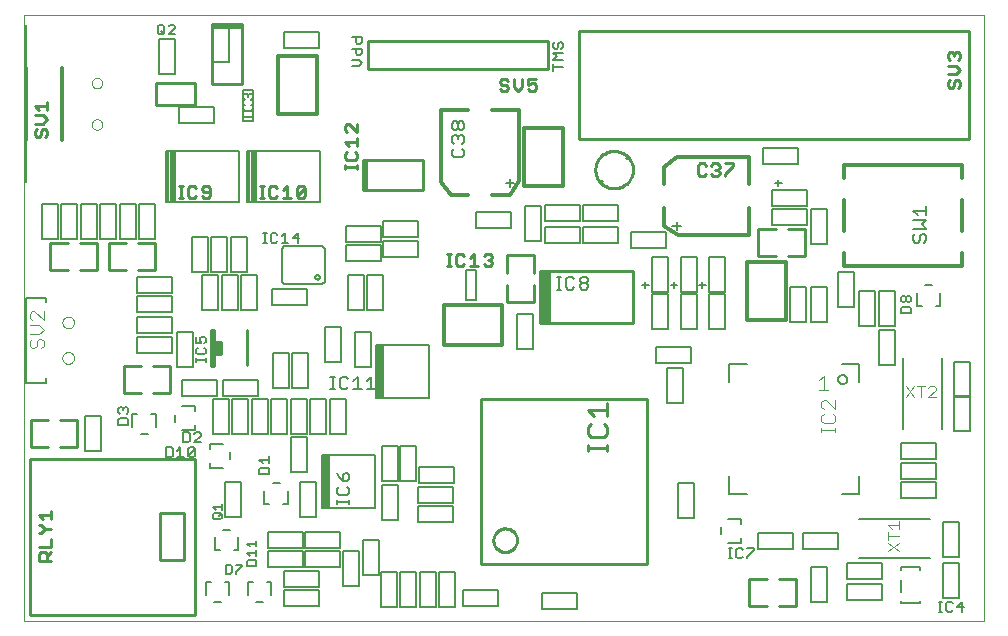
<source format=gto>
G75*
G70*
%OFA0B0*%
%FSLAX24Y24*%
%IPPOS*%
%LPD*%
%AMOC8*
5,1,8,0,0,1.08239X$1,22.5*
%
%ADD10C,0.0010*%
%ADD11C,0.0080*%
%ADD12C,0.0050*%
%ADD13C,0.0118*%
%ADD14C,0.0000*%
%ADD15C,0.0090*%
%ADD16C,0.0100*%
%ADD17C,0.0110*%
%ADD18C,0.0030*%
%ADD19C,0.0070*%
%ADD20C,0.0079*%
%ADD21C,0.0040*%
%ADD22C,0.0059*%
%ADD23C,0.0120*%
%ADD24C,0.0060*%
D10*
X000450Y000105D02*
X032450Y000105D01*
X032450Y020305D01*
X000450Y020305D01*
X000450Y000105D01*
D11*
X007130Y003575D02*
X007130Y004735D01*
X007670Y004735D01*
X007670Y003575D01*
X007130Y003575D01*
X008570Y003075D02*
X008570Y002535D01*
X009730Y002535D01*
X009730Y003075D01*
X008570Y003075D01*
X008570Y002425D02*
X008570Y001885D01*
X009730Y001885D01*
X009730Y002425D01*
X008570Y002425D01*
X009120Y001775D02*
X010280Y001775D01*
X010280Y001235D01*
X009120Y001235D01*
X009120Y001775D01*
X009820Y001885D02*
X009820Y002425D01*
X010980Y002425D01*
X010980Y001885D01*
X009820Y001885D01*
X009820Y002535D02*
X009820Y003075D01*
X010980Y003075D01*
X010980Y002535D01*
X009820Y002535D01*
X011080Y002435D02*
X011620Y002435D01*
X011620Y001275D01*
X011080Y001275D01*
X011080Y002435D01*
X011730Y002785D02*
X012270Y002785D01*
X012270Y001625D01*
X011730Y001625D01*
X011730Y002785D01*
X012380Y003475D02*
X012920Y003475D01*
X012920Y004635D01*
X012380Y004635D01*
X012380Y003475D01*
X013570Y003385D02*
X013570Y003925D01*
X014730Y003925D01*
X014730Y003385D01*
X013570Y003385D01*
X013570Y004035D02*
X013570Y004575D01*
X014730Y004575D01*
X014730Y004035D01*
X013570Y004035D01*
X013620Y004685D02*
X013620Y005225D01*
X014780Y005225D01*
X014780Y004685D01*
X013620Y004685D01*
X013520Y004775D02*
X012980Y004775D01*
X012980Y005935D01*
X013520Y005935D01*
X013520Y004775D01*
X012920Y004775D02*
X012380Y004775D01*
X012380Y005935D01*
X012920Y005935D01*
X012920Y004775D01*
X011287Y004826D02*
X011287Y004966D01*
X011217Y005036D01*
X011147Y005036D01*
X011077Y004966D01*
X011077Y004756D01*
X011217Y004756D01*
X011287Y004826D01*
X011077Y004756D02*
X010936Y004896D01*
X010866Y005036D01*
X010936Y004576D02*
X010866Y004506D01*
X010866Y004366D01*
X010936Y004296D01*
X011217Y004296D01*
X011287Y004366D01*
X011287Y004506D01*
X011217Y004576D01*
X011287Y004129D02*
X011287Y003989D01*
X011287Y004059D02*
X010866Y004059D01*
X010866Y003989D02*
X010866Y004129D01*
X010170Y003575D02*
X010170Y004735D01*
X009630Y004735D01*
X009630Y003575D01*
X010170Y003575D01*
X009870Y005075D02*
X009330Y005075D01*
X009330Y006235D01*
X009870Y006235D01*
X009870Y005075D01*
X009870Y006325D02*
X009330Y006325D01*
X009330Y007485D01*
X009870Y007485D01*
X009870Y006325D01*
X009980Y006325D02*
X010520Y006325D01*
X010520Y007485D01*
X009980Y007485D01*
X009980Y006325D01*
X010630Y006325D02*
X011170Y006325D01*
X011170Y007485D01*
X010630Y007485D01*
X010630Y006325D01*
X009220Y006325D02*
X008680Y006325D01*
X008680Y007485D01*
X009220Y007485D01*
X009220Y006325D01*
X008570Y006325D02*
X008030Y006325D01*
X008030Y007485D01*
X008570Y007485D01*
X008570Y006325D01*
X007920Y006325D02*
X007380Y006325D01*
X007380Y007485D01*
X007920Y007485D01*
X007920Y006325D01*
X007270Y006325D02*
X006730Y006325D01*
X006730Y007485D01*
X007270Y007485D01*
X007270Y006325D01*
X007070Y007585D02*
X007070Y008125D01*
X008230Y008125D01*
X008230Y007585D01*
X007070Y007585D01*
X006880Y007585D02*
X005720Y007585D01*
X005720Y008125D01*
X006880Y008125D01*
X006880Y007585D01*
X006070Y008575D02*
X005530Y008575D01*
X005530Y009735D01*
X006070Y009735D01*
X006070Y008575D01*
X005380Y009035D02*
X004220Y009035D01*
X004220Y009575D01*
X005380Y009575D01*
X005380Y009035D01*
X005380Y009685D02*
X004220Y009685D01*
X004220Y010225D01*
X005380Y010225D01*
X005380Y009685D01*
X005380Y010385D02*
X004220Y010385D01*
X004220Y010925D01*
X005380Y010925D01*
X005380Y010385D01*
X005380Y011035D02*
X004220Y011035D01*
X004220Y011575D01*
X005380Y011575D01*
X005380Y011035D01*
X006030Y011725D02*
X006570Y011725D01*
X006570Y012885D01*
X006030Y012885D01*
X006030Y011725D01*
X006380Y011635D02*
X006920Y011635D01*
X006920Y010475D01*
X006380Y010475D01*
X006380Y011635D01*
X006680Y011725D02*
X006680Y012885D01*
X007220Y012885D01*
X007220Y011725D01*
X006680Y011725D01*
X007030Y011635D02*
X007570Y011635D01*
X007570Y010475D01*
X007030Y010475D01*
X007030Y011635D01*
X007330Y011725D02*
X007330Y012885D01*
X007870Y012885D01*
X007870Y011725D01*
X007330Y011725D01*
X007680Y011635D02*
X008220Y011635D01*
X008220Y010475D01*
X007680Y010475D01*
X007680Y011635D01*
X008720Y011175D02*
X008720Y010635D01*
X009880Y010635D01*
X009880Y011175D01*
X008720Y011175D01*
X010480Y009885D02*
X011020Y009885D01*
X011020Y008725D01*
X010480Y008725D01*
X010480Y009885D01*
X011480Y009735D02*
X012020Y009735D01*
X012020Y008575D01*
X011480Y008575D01*
X011480Y009735D01*
X011230Y010475D02*
X011230Y011635D01*
X011770Y011635D01*
X011770Y010475D01*
X011230Y010475D01*
X011880Y010475D02*
X011880Y011635D01*
X012420Y011635D01*
X012420Y010475D01*
X011880Y010475D01*
X009920Y009035D02*
X009380Y009035D01*
X009380Y007875D01*
X009920Y007875D01*
X009920Y009035D01*
X009270Y009035D02*
X009270Y007875D01*
X008730Y007875D01*
X008730Y009035D01*
X009270Y009035D01*
X010658Y008242D02*
X010798Y008242D01*
X010728Y008242D02*
X010728Y007822D01*
X010658Y007822D02*
X010798Y007822D01*
X010965Y007892D02*
X011035Y007822D01*
X011175Y007822D01*
X011245Y007892D01*
X011426Y007822D02*
X011706Y007822D01*
X011566Y007822D02*
X011566Y008242D01*
X011426Y008102D01*
X011245Y008172D02*
X011175Y008242D01*
X011035Y008242D01*
X010965Y008172D01*
X010965Y007892D01*
X011886Y007822D02*
X012166Y007822D01*
X012026Y007822D02*
X012026Y008242D01*
X011886Y008102D01*
X016880Y009175D02*
X017420Y009175D01*
X017420Y010335D01*
X016880Y010335D01*
X016880Y009175D01*
X018203Y011142D02*
X018343Y011142D01*
X018273Y011142D02*
X018273Y011562D01*
X018203Y011562D02*
X018343Y011562D01*
X018510Y011492D02*
X018510Y011212D01*
X018580Y011142D01*
X018720Y011142D01*
X018790Y011212D01*
X018970Y011212D02*
X018970Y011282D01*
X019040Y011352D01*
X019180Y011352D01*
X019250Y011282D01*
X019250Y011212D01*
X019180Y011142D01*
X019040Y011142D01*
X018970Y011212D01*
X019040Y011352D02*
X018970Y011422D01*
X018970Y011492D01*
X019040Y011562D01*
X019180Y011562D01*
X019250Y011492D01*
X019250Y011422D01*
X019180Y011352D01*
X018790Y011492D02*
X018720Y011562D01*
X018580Y011562D01*
X018510Y011492D01*
X018980Y012685D02*
X017820Y012685D01*
X017820Y013225D01*
X018980Y013225D01*
X018980Y012685D01*
X019070Y012685D02*
X019070Y013225D01*
X020230Y013225D01*
X020230Y012685D01*
X019070Y012685D01*
X019070Y013435D02*
X019070Y013975D01*
X020230Y013975D01*
X020230Y013435D01*
X019070Y013435D01*
X018980Y013435D02*
X017820Y013435D01*
X017820Y013975D01*
X018980Y013975D01*
X018980Y013435D01*
X017670Y013935D02*
X017670Y012775D01*
X017130Y012775D01*
X017130Y013935D01*
X017670Y013935D01*
X016680Y013725D02*
X016680Y013185D01*
X015520Y013185D01*
X015520Y013725D01*
X016680Y013725D01*
X016650Y014560D02*
X016650Y014840D01*
X016510Y014700D02*
X016790Y014700D01*
X015126Y015615D02*
X015126Y015755D01*
X015056Y015825D01*
X015056Y016005D02*
X015126Y016075D01*
X015126Y016215D01*
X015056Y016286D01*
X014986Y016286D01*
X014916Y016215D01*
X014916Y016145D01*
X014916Y016215D02*
X014846Y016286D01*
X014775Y016286D01*
X014705Y016215D01*
X014705Y016075D01*
X014775Y016005D01*
X014775Y015825D02*
X014705Y015755D01*
X014705Y015615D01*
X014775Y015545D01*
X015056Y015545D01*
X015126Y015615D01*
X015056Y016466D02*
X014986Y016466D01*
X014916Y016536D01*
X014916Y016676D01*
X014986Y016746D01*
X015056Y016746D01*
X015126Y016676D01*
X015126Y016536D01*
X015056Y016466D01*
X014916Y016536D02*
X014846Y016466D01*
X014775Y016466D01*
X014705Y016536D01*
X014705Y016676D01*
X014775Y016746D01*
X014846Y016746D01*
X014916Y016676D01*
X018090Y018440D02*
X018090Y018654D01*
X018090Y018547D02*
X018410Y018547D01*
X018410Y018808D02*
X018090Y018808D01*
X018196Y018915D01*
X018090Y019022D01*
X018410Y019022D01*
X018357Y019177D02*
X018410Y019230D01*
X018410Y019337D01*
X018357Y019390D01*
X018303Y019390D01*
X018250Y019337D01*
X018250Y019230D01*
X018196Y019177D01*
X018143Y019177D01*
X018090Y019230D01*
X018090Y019337D01*
X018143Y019390D01*
X011710Y019385D02*
X011657Y019332D01*
X011550Y019332D01*
X011496Y019385D01*
X011496Y019545D01*
X011390Y019545D02*
X011710Y019545D01*
X011710Y019385D01*
X011710Y019177D02*
X011390Y019177D01*
X011496Y019177D02*
X011496Y019017D01*
X011550Y018963D01*
X011657Y018963D01*
X011710Y019017D01*
X011710Y019177D01*
X011603Y018809D02*
X011390Y018809D01*
X011603Y018809D02*
X011710Y018702D01*
X011603Y018595D01*
X011390Y018595D01*
X010280Y019185D02*
X009120Y019185D01*
X009120Y019725D01*
X010280Y019725D01*
X010280Y019185D01*
X008075Y017622D02*
X008075Y017515D01*
X008022Y017462D01*
X007915Y017568D02*
X007915Y017622D01*
X007968Y017675D01*
X008022Y017675D01*
X008075Y017622D01*
X007915Y017622D02*
X007862Y017675D01*
X007808Y017675D01*
X007755Y017622D01*
X007755Y017515D01*
X007808Y017462D01*
X007808Y017307D02*
X007755Y017253D01*
X007755Y017147D01*
X007808Y017093D01*
X008022Y017093D01*
X008075Y017147D01*
X008075Y017253D01*
X008022Y017307D01*
X008075Y016954D02*
X008075Y016848D01*
X008075Y016901D02*
X007755Y016901D01*
X007755Y016848D02*
X007755Y016954D01*
X006780Y017225D02*
X006780Y016685D01*
X005620Y016685D01*
X005620Y017225D01*
X006780Y017225D01*
X005470Y018325D02*
X004930Y018325D01*
X004930Y019485D01*
X005470Y019485D01*
X005470Y018325D01*
X006730Y018725D02*
X006730Y019885D01*
X007270Y019885D01*
X007270Y018725D01*
X006730Y018725D01*
X005477Y019645D02*
X005264Y019645D01*
X005477Y019859D01*
X005477Y019912D01*
X005424Y019965D01*
X005317Y019965D01*
X005264Y019912D01*
X005109Y019912D02*
X005109Y019698D01*
X005055Y019645D01*
X004949Y019645D01*
X004895Y019698D01*
X004895Y019912D01*
X004949Y019965D01*
X005055Y019965D01*
X005109Y019912D01*
X005002Y019752D02*
X005109Y019645D01*
X004820Y013985D02*
X004280Y013985D01*
X004280Y012825D01*
X004820Y012825D01*
X004820Y013985D01*
X004170Y013985D02*
X003630Y013985D01*
X003630Y012825D01*
X004170Y012825D01*
X004170Y013985D01*
X003520Y013985D02*
X002980Y013985D01*
X002980Y012825D01*
X003520Y012825D01*
X003520Y013985D01*
X002870Y013985D02*
X002330Y013985D01*
X002330Y012825D01*
X002870Y012825D01*
X002870Y013985D01*
X002220Y013985D02*
X001680Y013985D01*
X001680Y012825D01*
X002220Y012825D01*
X002220Y013985D01*
X001570Y013985D02*
X001030Y013985D01*
X001030Y012825D01*
X001570Y012825D01*
X001570Y013985D01*
X011170Y013275D02*
X011170Y012735D01*
X012330Y012735D01*
X012330Y013275D01*
X011170Y013275D01*
X011170Y012625D02*
X011170Y012085D01*
X012330Y012085D01*
X012330Y012625D01*
X011170Y012625D01*
X012420Y012775D02*
X012420Y012235D01*
X013580Y012235D01*
X013580Y012775D01*
X012420Y012775D01*
X012420Y012885D02*
X012420Y013425D01*
X013580Y013425D01*
X013580Y012885D01*
X012420Y012885D01*
X020670Y013075D02*
X020670Y012535D01*
X021830Y012535D01*
X021830Y013075D01*
X020670Y013075D01*
X021380Y012235D02*
X021920Y012235D01*
X021920Y011075D01*
X021380Y011075D01*
X021380Y012235D01*
X022330Y012235D02*
X022870Y012235D01*
X022870Y011075D01*
X022330Y011075D01*
X022330Y012235D01*
X023280Y012235D02*
X023820Y012235D01*
X023820Y011075D01*
X023280Y011075D01*
X023280Y012235D01*
X022335Y013255D02*
X022055Y013255D01*
X022195Y013395D02*
X022195Y013115D01*
X025370Y013285D02*
X025370Y013825D01*
X026530Y013825D01*
X026530Y013285D01*
X025370Y013285D01*
X025370Y013935D02*
X025370Y014475D01*
X026530Y014475D01*
X026530Y013935D01*
X025370Y013935D01*
X026680Y013835D02*
X027220Y013835D01*
X027220Y012675D01*
X026680Y012675D01*
X026680Y013835D01*
X026230Y015335D02*
X025070Y015335D01*
X025070Y015875D01*
X026230Y015875D01*
X026230Y015335D01*
X027580Y011735D02*
X028120Y011735D01*
X028120Y010575D01*
X027580Y010575D01*
X027580Y011735D01*
X027220Y011235D02*
X026680Y011235D01*
X026680Y010075D01*
X027220Y010075D01*
X027220Y011235D01*
X026520Y011235D02*
X026520Y010075D01*
X025980Y010075D01*
X025980Y011235D01*
X026520Y011235D01*
X028280Y011085D02*
X028280Y009925D01*
X028820Y009925D01*
X028820Y011085D01*
X028280Y011085D01*
X028930Y011085D02*
X029470Y011085D01*
X029470Y009925D01*
X028930Y009925D01*
X028930Y011085D01*
X028930Y009785D02*
X029470Y009785D01*
X029470Y008625D01*
X028930Y008625D01*
X028930Y009785D01*
X023820Y009825D02*
X023280Y009825D01*
X023280Y010985D01*
X023820Y010985D01*
X023820Y009825D01*
X022870Y009825D02*
X022330Y009825D01*
X022330Y010985D01*
X022870Y010985D01*
X022870Y009825D01*
X022680Y009225D02*
X022680Y008685D01*
X021520Y008685D01*
X021520Y009225D01*
X022680Y009225D01*
X021920Y009825D02*
X021380Y009825D01*
X021380Y010985D01*
X021920Y010985D01*
X021920Y009825D01*
X021880Y008535D02*
X022420Y008535D01*
X022420Y007375D01*
X021880Y007375D01*
X021880Y008535D01*
X022230Y004685D02*
X022770Y004685D01*
X022770Y003525D01*
X022230Y003525D01*
X022230Y004685D01*
X024920Y003025D02*
X024920Y002485D01*
X026080Y002485D01*
X026080Y003025D01*
X024920Y003025D01*
X026420Y003025D02*
X026420Y002485D01*
X027580Y002485D01*
X027580Y003025D01*
X026420Y003025D01*
X027870Y002025D02*
X029030Y002025D01*
X029030Y001485D01*
X027870Y001485D01*
X027870Y002025D01*
X027220Y001885D02*
X026680Y001885D01*
X026680Y000725D01*
X027220Y000725D01*
X027220Y001885D01*
X027870Y001325D02*
X027870Y000785D01*
X029030Y000785D01*
X029030Y001325D01*
X027870Y001325D01*
X031080Y000875D02*
X031620Y000875D01*
X031620Y002035D01*
X031080Y002035D01*
X031080Y000875D01*
X031080Y002225D02*
X031620Y002225D01*
X031620Y003385D01*
X031080Y003385D01*
X031080Y002225D01*
X030830Y004185D02*
X029670Y004185D01*
X029670Y004725D01*
X030830Y004725D01*
X030830Y004185D01*
X030830Y004835D02*
X029670Y004835D01*
X029670Y005375D01*
X030830Y005375D01*
X030830Y004835D01*
X030830Y005485D02*
X029670Y005485D01*
X029670Y006025D01*
X030830Y006025D01*
X030830Y005485D01*
X018880Y001025D02*
X018880Y000485D01*
X017720Y000485D01*
X017720Y001025D01*
X018880Y001025D01*
X016230Y001125D02*
X016230Y000585D01*
X015070Y000585D01*
X015070Y001125D01*
X016230Y001125D01*
X014820Y000575D02*
X014820Y001735D01*
X014280Y001735D01*
X014280Y000575D01*
X014820Y000575D01*
X014170Y000575D02*
X013630Y000575D01*
X013630Y001735D01*
X014170Y001735D01*
X014170Y000575D01*
X013520Y000575D02*
X012980Y000575D01*
X012980Y001735D01*
X013520Y001735D01*
X013520Y000575D01*
X012870Y000575D02*
X012330Y000575D01*
X012330Y001735D01*
X012870Y001735D01*
X012870Y000575D01*
X010280Y000585D02*
X010280Y001125D01*
X009120Y001125D01*
X009120Y000585D01*
X010280Y000585D01*
X003020Y005775D02*
X002480Y005775D01*
X002480Y006935D01*
X003020Y006935D01*
X003020Y005775D01*
D12*
X004332Y006329D02*
X004568Y006329D01*
X004844Y006566D02*
X004844Y006999D01*
X004686Y006999D01*
X004214Y006999D02*
X004056Y006999D01*
X004056Y006566D01*
X005474Y006737D02*
X005474Y006973D01*
X005711Y007249D02*
X006144Y007249D01*
X006144Y007091D01*
X006144Y006619D02*
X006144Y006461D01*
X005711Y006461D01*
X006656Y005999D02*
X006656Y005841D01*
X006656Y005999D02*
X007089Y005999D01*
X007326Y005723D02*
X007326Y005487D01*
X007089Y005211D02*
X006656Y005211D01*
X006656Y005369D01*
X008456Y004444D02*
X008456Y004011D01*
X008614Y004011D01*
X009086Y004011D02*
X009244Y004011D01*
X009244Y004444D01*
X008968Y004681D02*
X008732Y004681D01*
X010382Y003870D02*
X010500Y003870D01*
X010500Y005642D01*
X010618Y005642D01*
X010618Y003870D01*
X010500Y003870D01*
X010461Y003909D02*
X010461Y005602D01*
X010421Y005602D02*
X010421Y003909D01*
X010382Y003870D02*
X010382Y005642D01*
X010500Y005642D01*
X010539Y005602D02*
X010539Y003909D01*
X010579Y003909D02*
X010579Y005602D01*
X010618Y005642D02*
X012154Y005642D01*
X012154Y003870D01*
X010618Y003870D01*
X007594Y002894D02*
X007594Y002461D01*
X007436Y002461D01*
X006964Y002461D02*
X006806Y002461D01*
X006806Y002894D01*
X007082Y003131D02*
X007318Y003131D01*
X007294Y001399D02*
X007136Y001399D01*
X007294Y001399D02*
X007294Y000966D01*
X007018Y000729D02*
X006782Y000729D01*
X006506Y000966D02*
X006506Y001399D01*
X006664Y001399D01*
X007906Y001399D02*
X007906Y000966D01*
X008182Y000729D02*
X008418Y000729D01*
X008694Y000966D02*
X008694Y001399D01*
X008536Y001399D01*
X008064Y001399D02*
X007906Y001399D01*
X012182Y007520D02*
X012300Y007520D01*
X012300Y009292D01*
X012418Y009292D01*
X012418Y007520D01*
X012300Y007520D01*
X012261Y007559D02*
X012261Y009252D01*
X012221Y009252D02*
X012221Y007559D01*
X012182Y007520D02*
X012182Y009292D01*
X012300Y009292D01*
X012339Y009252D02*
X012339Y007559D01*
X012379Y007559D02*
X012379Y009252D01*
X012418Y009292D02*
X013954Y009292D01*
X013954Y007520D01*
X012418Y007520D01*
X015162Y010778D02*
X015516Y010778D01*
X015516Y011801D01*
X015162Y011801D01*
X015162Y010778D01*
X010464Y011398D02*
X010385Y011319D01*
X009125Y011319D01*
X009046Y011398D01*
X009046Y012500D01*
X009125Y012579D01*
X010385Y012579D01*
X010464Y012500D01*
X010464Y011398D01*
X010149Y011555D02*
X010151Y011573D01*
X010157Y011589D01*
X010166Y011604D01*
X010179Y011617D01*
X010194Y011626D01*
X010210Y011632D01*
X010228Y011634D01*
X010246Y011632D01*
X010262Y011626D01*
X010277Y011617D01*
X010290Y011604D01*
X010299Y011589D01*
X010305Y011573D01*
X010307Y011555D01*
X010305Y011537D01*
X010299Y011521D01*
X010290Y011506D01*
X010277Y011493D01*
X010262Y011484D01*
X010246Y011478D01*
X010228Y011476D01*
X010210Y011478D01*
X010194Y011484D01*
X010179Y011493D01*
X010166Y011506D01*
X010157Y011521D01*
X010151Y011537D01*
X010149Y011555D01*
X010312Y014059D02*
X008186Y014059D01*
X008186Y015752D01*
X010312Y015752D01*
X010312Y014059D01*
X008186Y014059D02*
X008107Y014059D01*
X008107Y015752D01*
X008186Y015752D01*
X008107Y015752D02*
X008029Y015752D01*
X008029Y014059D01*
X007950Y014059D01*
X007950Y015752D01*
X008029Y015752D01*
X007950Y015752D02*
X007871Y015752D01*
X007871Y014059D01*
X007950Y014059D01*
X008029Y014059D02*
X008107Y014059D01*
X007612Y014059D02*
X005486Y014059D01*
X005486Y015752D01*
X007612Y015752D01*
X007612Y014059D01*
X005486Y014059D02*
X005407Y014059D01*
X005407Y015752D01*
X005486Y015752D01*
X005407Y015752D02*
X005329Y015752D01*
X005329Y014059D01*
X005250Y014059D01*
X005250Y015752D01*
X005329Y015752D01*
X005250Y015752D02*
X005171Y015752D01*
X005171Y014059D01*
X005250Y014059D01*
X005329Y014059D02*
X005407Y014059D01*
X007734Y016759D02*
X008088Y016759D01*
X008088Y017782D01*
X007734Y017782D01*
X007734Y016759D01*
X000518Y016132D02*
X000518Y014714D01*
X000518Y016132D02*
X000518Y019951D01*
X000500Y010872D02*
X001169Y010872D01*
X001169Y010715D01*
X000500Y010872D02*
X000500Y008038D01*
X001169Y008038D01*
X001169Y008195D01*
X023674Y003223D02*
X023674Y002987D01*
X023911Y002711D02*
X024344Y002711D01*
X024344Y002869D01*
X024344Y003341D02*
X024344Y003499D01*
X023911Y003499D01*
X028283Y003505D02*
X030645Y003505D01*
X030645Y002205D02*
X028283Y002205D01*
X029691Y001889D02*
X029691Y001811D01*
X029691Y001889D02*
X030321Y001889D01*
X030321Y001811D01*
X029691Y001456D02*
X029691Y001141D01*
X029691Y001062D01*
X029691Y000748D02*
X029691Y000708D01*
X030321Y000708D01*
X030321Y000748D01*
X029750Y006488D02*
X029750Y008850D01*
X031050Y008850D02*
X031050Y006488D01*
X030994Y010611D02*
X030836Y010611D01*
X030994Y010611D02*
X030994Y011044D01*
X030718Y011281D02*
X030482Y011281D01*
X030206Y011044D02*
X030206Y010611D01*
X030364Y010611D01*
D13*
X001699Y016132D02*
X001699Y018533D01*
X000518Y018533D02*
X000518Y016132D01*
D14*
X002703Y016644D02*
X002705Y016670D01*
X002711Y016696D01*
X002721Y016721D01*
X002734Y016744D01*
X002750Y016764D01*
X002770Y016782D01*
X002792Y016797D01*
X002815Y016809D01*
X002841Y016817D01*
X002867Y016821D01*
X002893Y016821D01*
X002919Y016817D01*
X002945Y016809D01*
X002969Y016797D01*
X002990Y016782D01*
X003010Y016764D01*
X003026Y016744D01*
X003039Y016721D01*
X003049Y016696D01*
X003055Y016670D01*
X003057Y016644D01*
X003055Y016618D01*
X003049Y016592D01*
X003039Y016567D01*
X003026Y016544D01*
X003010Y016524D01*
X002990Y016506D01*
X002968Y016491D01*
X002945Y016479D01*
X002919Y016471D01*
X002893Y016467D01*
X002867Y016467D01*
X002841Y016471D01*
X002815Y016479D01*
X002791Y016491D01*
X002770Y016506D01*
X002750Y016524D01*
X002734Y016544D01*
X002721Y016567D01*
X002711Y016592D01*
X002705Y016618D01*
X002703Y016644D01*
X002703Y018022D02*
X002705Y018048D01*
X002711Y018074D01*
X002721Y018099D01*
X002734Y018122D01*
X002750Y018142D01*
X002770Y018160D01*
X002792Y018175D01*
X002815Y018187D01*
X002841Y018195D01*
X002867Y018199D01*
X002893Y018199D01*
X002919Y018195D01*
X002945Y018187D01*
X002969Y018175D01*
X002990Y018160D01*
X003010Y018142D01*
X003026Y018122D01*
X003039Y018099D01*
X003049Y018074D01*
X003055Y018048D01*
X003057Y018022D01*
X003055Y017996D01*
X003049Y017970D01*
X003039Y017945D01*
X003026Y017922D01*
X003010Y017902D01*
X002990Y017884D01*
X002968Y017869D01*
X002945Y017857D01*
X002919Y017849D01*
X002893Y017845D01*
X002867Y017845D01*
X002841Y017849D01*
X002815Y017857D01*
X002791Y017869D01*
X002770Y017884D01*
X002750Y017902D01*
X002734Y017922D01*
X002721Y017945D01*
X002711Y017970D01*
X002705Y017996D01*
X002703Y018022D01*
X001720Y010046D02*
X001722Y010073D01*
X001728Y010100D01*
X001737Y010126D01*
X001750Y010150D01*
X001766Y010173D01*
X001785Y010192D01*
X001807Y010209D01*
X001831Y010223D01*
X001856Y010233D01*
X001883Y010240D01*
X001910Y010243D01*
X001938Y010242D01*
X001965Y010237D01*
X001991Y010229D01*
X002015Y010217D01*
X002038Y010201D01*
X002059Y010183D01*
X002076Y010162D01*
X002091Y010138D01*
X002102Y010113D01*
X002110Y010087D01*
X002114Y010060D01*
X002114Y010032D01*
X002110Y010005D01*
X002102Y009979D01*
X002091Y009954D01*
X002076Y009930D01*
X002059Y009909D01*
X002038Y009891D01*
X002016Y009875D01*
X001991Y009863D01*
X001965Y009855D01*
X001938Y009850D01*
X001910Y009849D01*
X001883Y009852D01*
X001856Y009859D01*
X001831Y009869D01*
X001807Y009883D01*
X001785Y009900D01*
X001766Y009919D01*
X001750Y009942D01*
X001737Y009966D01*
X001728Y009992D01*
X001722Y010019D01*
X001720Y010046D01*
X001720Y008864D02*
X001722Y008891D01*
X001728Y008918D01*
X001737Y008944D01*
X001750Y008968D01*
X001766Y008991D01*
X001785Y009010D01*
X001807Y009027D01*
X001831Y009041D01*
X001856Y009051D01*
X001883Y009058D01*
X001910Y009061D01*
X001938Y009060D01*
X001965Y009055D01*
X001991Y009047D01*
X002015Y009035D01*
X002038Y009019D01*
X002059Y009001D01*
X002076Y008980D01*
X002091Y008956D01*
X002102Y008931D01*
X002110Y008905D01*
X002114Y008878D01*
X002114Y008850D01*
X002110Y008823D01*
X002102Y008797D01*
X002091Y008772D01*
X002076Y008748D01*
X002059Y008727D01*
X002038Y008709D01*
X002016Y008693D01*
X001991Y008681D01*
X001965Y008673D01*
X001938Y008668D01*
X001910Y008667D01*
X001883Y008670D01*
X001856Y008677D01*
X001831Y008687D01*
X001807Y008701D01*
X001785Y008718D01*
X001766Y008737D01*
X001750Y008760D01*
X001737Y008784D01*
X001728Y008810D01*
X001722Y008837D01*
X001720Y008864D01*
D15*
X001355Y003763D02*
X001355Y003490D01*
X001355Y003626D02*
X000945Y003626D01*
X001081Y003490D01*
X001013Y003303D02*
X000945Y003303D01*
X001013Y003303D02*
X001150Y003166D01*
X001355Y003166D01*
X001150Y003166D02*
X001013Y003029D01*
X000945Y003029D01*
X001355Y002842D02*
X001355Y002569D01*
X000945Y002569D01*
X001013Y002382D02*
X001150Y002382D01*
X001218Y002314D01*
X001218Y002108D01*
X001355Y002108D02*
X000945Y002108D01*
X000945Y002314D01*
X001013Y002382D01*
X001218Y002245D02*
X001355Y002382D01*
X014538Y011925D02*
X014674Y011925D01*
X014606Y011925D02*
X014606Y012335D01*
X014538Y012335D02*
X014674Y012335D01*
X014845Y012267D02*
X014845Y011993D01*
X014913Y011925D01*
X015050Y011925D01*
X015118Y011993D01*
X015305Y011925D02*
X015579Y011925D01*
X015442Y011925D02*
X015442Y012335D01*
X015305Y012198D01*
X015118Y012267D02*
X015050Y012335D01*
X014913Y012335D01*
X014845Y012267D01*
X015765Y012267D02*
X015834Y012335D01*
X015971Y012335D01*
X016039Y012267D01*
X016039Y012198D01*
X015971Y012130D01*
X016039Y012062D01*
X016039Y011993D01*
X015971Y011925D01*
X015834Y011925D01*
X015765Y011993D01*
X015902Y012130D02*
X015971Y012130D01*
X011555Y015158D02*
X011555Y015295D01*
X011555Y015226D02*
X011145Y015226D01*
X011145Y015158D02*
X011145Y015295D01*
X011213Y015465D02*
X011487Y015465D01*
X011555Y015533D01*
X011555Y015670D01*
X011487Y015739D01*
X011555Y015925D02*
X011555Y016199D01*
X011555Y016062D02*
X011145Y016062D01*
X011281Y015925D01*
X011213Y015739D02*
X011145Y015670D01*
X011145Y015533D01*
X011213Y015465D01*
X011213Y016386D02*
X011145Y016454D01*
X011145Y016591D01*
X011213Y016659D01*
X011281Y016659D01*
X011555Y016386D01*
X011555Y016659D01*
X009743Y014598D02*
X009811Y014529D01*
X009538Y014256D01*
X009606Y014187D01*
X009743Y014187D01*
X009811Y014256D01*
X009811Y014529D01*
X009743Y014598D02*
X009606Y014598D01*
X009538Y014529D01*
X009538Y014256D01*
X009351Y014187D02*
X009077Y014187D01*
X009214Y014187D02*
X009214Y014598D01*
X009077Y014461D01*
X008890Y014529D02*
X008822Y014598D01*
X008685Y014598D01*
X008617Y014529D01*
X008617Y014256D01*
X008685Y014187D01*
X008822Y014187D01*
X008890Y014256D01*
X008447Y014187D02*
X008310Y014187D01*
X008378Y014187D02*
X008378Y014598D01*
X008310Y014598D02*
X008447Y014598D01*
X006651Y014529D02*
X006651Y014256D01*
X006582Y014187D01*
X006446Y014187D01*
X006377Y014256D01*
X006446Y014393D02*
X006651Y014393D01*
X006651Y014529D02*
X006582Y014598D01*
X006446Y014598D01*
X006377Y014529D01*
X006377Y014461D01*
X006446Y014393D01*
X006190Y014529D02*
X006122Y014598D01*
X005985Y014598D01*
X005917Y014529D01*
X005917Y014256D01*
X005985Y014187D01*
X006122Y014187D01*
X006190Y014256D01*
X005747Y014187D02*
X005610Y014187D01*
X005678Y014187D02*
X005678Y014598D01*
X005610Y014598D02*
X005747Y014598D01*
X001220Y016283D02*
X001151Y016215D01*
X001220Y016283D02*
X001220Y016420D01*
X001151Y016488D01*
X001083Y016488D01*
X001014Y016420D01*
X001014Y016283D01*
X000946Y016215D01*
X000878Y016215D01*
X000809Y016283D01*
X000809Y016420D01*
X000878Y016488D01*
X000809Y016675D02*
X001083Y016675D01*
X001220Y016812D01*
X001083Y016949D01*
X000809Y016949D01*
X000946Y017135D02*
X000809Y017272D01*
X001220Y017272D01*
X001220Y017135D02*
X001220Y017409D01*
X022895Y015276D02*
X022895Y015003D01*
X022963Y014934D01*
X023100Y014934D01*
X023168Y015003D01*
X023355Y015003D02*
X023424Y014934D01*
X023560Y014934D01*
X023629Y015003D01*
X023629Y015071D01*
X023560Y015139D01*
X023492Y015139D01*
X023560Y015139D02*
X023629Y015208D01*
X023629Y015276D01*
X023560Y015345D01*
X023424Y015345D01*
X023355Y015276D01*
X023168Y015276D02*
X023100Y015345D01*
X022963Y015345D01*
X022895Y015276D01*
X023816Y015345D02*
X024089Y015345D01*
X024089Y015276D01*
X023816Y015003D01*
X023816Y014934D01*
X031245Y017937D02*
X031313Y017869D01*
X031381Y017869D01*
X031450Y017937D01*
X031450Y018074D01*
X031518Y018142D01*
X031587Y018142D01*
X031655Y018074D01*
X031655Y017937D01*
X031587Y017869D01*
X031245Y017937D02*
X031245Y018074D01*
X031313Y018142D01*
X031245Y018329D02*
X031518Y018329D01*
X031655Y018466D01*
X031518Y018603D01*
X031245Y018603D01*
X031313Y018790D02*
X031245Y018858D01*
X031245Y018995D01*
X031313Y019063D01*
X031381Y019063D01*
X031450Y018995D01*
X031518Y019063D01*
X031587Y019063D01*
X031655Y018995D01*
X031655Y018858D01*
X031587Y018790D01*
X031450Y018926D02*
X031450Y018995D01*
D16*
X031950Y019755D02*
X018950Y019755D01*
X018950Y016155D01*
X031950Y016155D01*
X031950Y019755D01*
X026475Y013155D02*
X025900Y013155D01*
X025500Y013155D02*
X024925Y013155D01*
X024925Y012255D01*
X025500Y012255D01*
X025900Y012255D02*
X026475Y012255D01*
X026475Y013155D01*
X020761Y011771D02*
X020761Y010039D01*
X017848Y010039D01*
X017848Y011771D01*
X017946Y011771D01*
X017946Y010039D01*
X017848Y010039D02*
X017749Y010039D01*
X017749Y011771D01*
X017848Y011771D01*
X017946Y011771D02*
X020761Y011771D01*
X017749Y011771D02*
X017651Y011771D01*
X017651Y010039D01*
X017749Y010039D01*
X017450Y010730D02*
X016550Y010730D01*
X016550Y011305D01*
X016550Y011705D02*
X016550Y012280D01*
X017450Y012280D01*
X017450Y011705D01*
X017450Y011305D02*
X017450Y010730D01*
X015694Y007511D02*
X021206Y007511D01*
X021206Y001999D01*
X015694Y001999D01*
X015694Y007511D01*
X016087Y002786D02*
X016089Y002825D01*
X016095Y002864D01*
X016105Y002902D01*
X016118Y002939D01*
X016135Y002974D01*
X016155Y003008D01*
X016179Y003039D01*
X016206Y003068D01*
X016235Y003094D01*
X016267Y003117D01*
X016301Y003137D01*
X016337Y003153D01*
X016374Y003165D01*
X016413Y003174D01*
X016452Y003179D01*
X016491Y003180D01*
X016530Y003177D01*
X016569Y003170D01*
X016606Y003159D01*
X016643Y003145D01*
X016678Y003127D01*
X016711Y003106D01*
X016742Y003081D01*
X016770Y003054D01*
X016795Y003024D01*
X016817Y002991D01*
X016836Y002957D01*
X016851Y002921D01*
X016863Y002883D01*
X016871Y002845D01*
X016875Y002806D01*
X016875Y002766D01*
X016871Y002727D01*
X016863Y002689D01*
X016851Y002651D01*
X016836Y002615D01*
X016817Y002581D01*
X016795Y002548D01*
X016770Y002518D01*
X016742Y002491D01*
X016711Y002466D01*
X016678Y002445D01*
X016643Y002427D01*
X016606Y002413D01*
X016569Y002402D01*
X016530Y002395D01*
X016491Y002392D01*
X016452Y002393D01*
X016413Y002398D01*
X016374Y002407D01*
X016337Y002419D01*
X016301Y002435D01*
X016267Y002455D01*
X016235Y002478D01*
X016206Y002504D01*
X016179Y002533D01*
X016155Y002564D01*
X016135Y002598D01*
X016118Y002633D01*
X016105Y002670D01*
X016095Y002708D01*
X016089Y002747D01*
X016087Y002786D01*
X024625Y001505D02*
X024625Y000605D01*
X025200Y000605D01*
X025600Y000605D02*
X026175Y000605D01*
X026175Y001505D01*
X025600Y001505D01*
X025200Y001505D02*
X024625Y001505D01*
X007891Y008614D02*
X007891Y009796D01*
X007000Y009405D02*
X007000Y009005D01*
X006900Y009005D01*
X006800Y009005D01*
X006800Y009305D01*
X006900Y009305D01*
X006900Y009405D01*
X007000Y009405D01*
X006900Y009405D02*
X006900Y009005D01*
X006900Y009405D02*
X006800Y009405D01*
X006789Y009796D02*
X006789Y008614D01*
X006780Y008605D02*
X006680Y008605D01*
X006680Y009805D01*
X006780Y009805D01*
X006689Y009796D02*
X006689Y008614D01*
X005325Y008605D02*
X005325Y007705D01*
X004750Y007705D01*
X004350Y007705D02*
X003775Y007705D01*
X003775Y008605D01*
X004350Y008605D01*
X004750Y008605D02*
X005325Y008605D01*
X002225Y006805D02*
X002225Y005905D01*
X001650Y005905D01*
X001250Y005905D02*
X000675Y005905D01*
X000675Y006805D01*
X001250Y006805D01*
X001650Y006805D02*
X002225Y006805D01*
X000644Y005503D02*
X000644Y000307D01*
X006156Y000307D01*
X006156Y005503D01*
X000644Y005503D01*
X004975Y003692D02*
X004975Y002118D01*
X005762Y002118D01*
X005762Y003692D01*
X004975Y003692D01*
X004825Y011805D02*
X004250Y011805D01*
X003850Y011805D02*
X003275Y011805D01*
X003275Y012705D01*
X003850Y012705D01*
X004250Y012705D02*
X004825Y012705D01*
X004825Y011805D01*
X002875Y011805D02*
X002875Y012705D01*
X002300Y012705D01*
X001900Y012705D02*
X001325Y012705D01*
X001325Y011805D01*
X001900Y011805D01*
X002300Y011805D02*
X002875Y011805D01*
X011750Y014455D02*
X011850Y014455D01*
X011850Y015455D01*
X011750Y015455D01*
X011750Y014455D01*
X011850Y014455D02*
X011950Y014455D01*
X012050Y014455D01*
X013750Y014455D01*
X013750Y015455D01*
X012150Y015455D01*
X012050Y015455D01*
X011950Y015455D01*
X011850Y015455D01*
X007700Y018005D02*
X006700Y018005D01*
X006700Y019705D01*
X006700Y019805D01*
X006700Y019905D01*
X007700Y019905D01*
X007700Y020005D01*
X006700Y020005D01*
X006700Y019905D01*
X007700Y019905D02*
X007700Y019805D01*
X007700Y019705D01*
X007700Y019605D01*
X007700Y018005D01*
X006150Y018015D02*
X006150Y017295D01*
X004850Y017295D01*
X004850Y018015D01*
X006150Y018015D01*
X011900Y018494D02*
X011900Y019416D01*
X017900Y019416D01*
X017900Y018494D01*
X011900Y018494D01*
X019690Y014716D02*
X019726Y014751D01*
X019490Y015140D02*
X019492Y015190D01*
X019498Y015239D01*
X019508Y015288D01*
X019521Y015335D01*
X019539Y015382D01*
X019560Y015427D01*
X019584Y015470D01*
X019612Y015511D01*
X019643Y015550D01*
X019677Y015586D01*
X019714Y015620D01*
X019754Y015650D01*
X019795Y015677D01*
X019839Y015701D01*
X019884Y015721D01*
X019931Y015737D01*
X019979Y015750D01*
X020028Y015759D01*
X020078Y015764D01*
X020127Y015765D01*
X020177Y015762D01*
X020226Y015755D01*
X020275Y015744D01*
X020322Y015730D01*
X020368Y015711D01*
X020413Y015689D01*
X020456Y015664D01*
X020496Y015635D01*
X020534Y015603D01*
X020570Y015569D01*
X020603Y015531D01*
X020632Y015491D01*
X020658Y015449D01*
X020681Y015405D01*
X020700Y015359D01*
X020716Y015312D01*
X020728Y015263D01*
X020736Y015214D01*
X020740Y015165D01*
X020740Y015115D01*
X020736Y015066D01*
X020728Y015017D01*
X020716Y014968D01*
X020700Y014921D01*
X020681Y014875D01*
X020658Y014831D01*
X020632Y014789D01*
X020603Y014749D01*
X020570Y014711D01*
X020534Y014677D01*
X020496Y014645D01*
X020456Y014616D01*
X020413Y014591D01*
X020368Y014569D01*
X020322Y014550D01*
X020275Y014536D01*
X020226Y014525D01*
X020177Y014518D01*
X020127Y014515D01*
X020078Y014516D01*
X020028Y014521D01*
X019979Y014530D01*
X019931Y014543D01*
X019884Y014559D01*
X019839Y014579D01*
X019795Y014603D01*
X019754Y014630D01*
X019714Y014660D01*
X019677Y014694D01*
X019643Y014730D01*
X019612Y014769D01*
X019584Y014810D01*
X019560Y014853D01*
X019539Y014898D01*
X019521Y014945D01*
X019508Y014992D01*
X019498Y015041D01*
X019492Y015090D01*
X019490Y015140D01*
X020504Y015529D02*
X020539Y015565D01*
D17*
X017505Y017825D02*
X017440Y017760D01*
X017310Y017760D01*
X017245Y017825D01*
X017245Y017955D02*
X017375Y018020D01*
X017440Y018020D01*
X017505Y017955D01*
X017505Y017825D01*
X017245Y017955D02*
X017245Y018150D01*
X017505Y018150D01*
X017044Y018150D02*
X017044Y017890D01*
X016914Y017760D01*
X016784Y017890D01*
X016784Y018150D01*
X016584Y018085D02*
X016519Y018150D01*
X016389Y018150D01*
X016324Y018085D01*
X016324Y018020D01*
X016389Y017955D01*
X016519Y017955D01*
X016584Y017890D01*
X016584Y017825D01*
X016519Y017760D01*
X016389Y017760D01*
X016324Y017825D01*
X019880Y007356D02*
X019880Y006922D01*
X019880Y007139D02*
X019229Y007139D01*
X019446Y006922D01*
X019338Y006656D02*
X019229Y006548D01*
X019229Y006331D01*
X019338Y006223D01*
X019771Y006223D01*
X019880Y006331D01*
X019880Y006548D01*
X019771Y006656D01*
X019880Y005973D02*
X019880Y005756D01*
X019880Y005865D02*
X019229Y005865D01*
X019229Y005973D02*
X019229Y005756D01*
D18*
X029245Y003292D02*
X029616Y003292D01*
X029616Y003169D02*
X029616Y003415D01*
X029369Y003169D02*
X029245Y003292D01*
X029245Y003047D02*
X029245Y002800D01*
X029245Y002679D02*
X029616Y002432D01*
X029616Y002679D02*
X029245Y002432D01*
X029245Y002924D02*
X029616Y002924D01*
X029848Y007551D02*
X030095Y007921D01*
X030216Y007921D02*
X030463Y007921D01*
X030340Y007921D02*
X030340Y007551D01*
X030585Y007551D02*
X030832Y007798D01*
X030832Y007859D01*
X030770Y007921D01*
X030646Y007921D01*
X030585Y007859D01*
X030585Y007551D02*
X030832Y007551D01*
X030095Y007551D02*
X029848Y007921D01*
D19*
X030007Y010354D02*
X029677Y010354D01*
X029677Y010519D01*
X029732Y010574D01*
X029952Y010574D01*
X030007Y010519D01*
X030007Y010354D01*
X029952Y010722D02*
X029897Y010722D01*
X029842Y010777D01*
X029842Y010887D01*
X029897Y010942D01*
X029952Y010942D01*
X030007Y010887D01*
X030007Y010777D01*
X029952Y010722D01*
X029842Y010777D02*
X029787Y010722D01*
X029732Y010722D01*
X029677Y010777D01*
X029677Y010887D01*
X029732Y010942D01*
X029787Y010942D01*
X029842Y010887D01*
X030156Y012709D02*
X030228Y012709D01*
X030300Y012781D01*
X030300Y012924D01*
X030372Y012996D01*
X030443Y012996D01*
X030515Y012924D01*
X030515Y012781D01*
X030443Y012709D01*
X030156Y012709D02*
X030085Y012781D01*
X030085Y012924D01*
X030156Y012996D01*
X030085Y013169D02*
X030515Y013169D01*
X030372Y013313D01*
X030515Y013456D01*
X030085Y013456D01*
X030228Y013630D02*
X030085Y013773D01*
X030515Y013773D01*
X030515Y013630D02*
X030515Y013917D01*
X025702Y014700D02*
X025482Y014700D01*
X025592Y014810D02*
X025592Y014590D01*
X023055Y011407D02*
X023055Y011187D01*
X022945Y011297D02*
X023165Y011297D01*
X022215Y011297D02*
X021995Y011297D01*
X022105Y011187D02*
X022105Y011407D01*
X021265Y011297D02*
X021045Y011297D01*
X021155Y011187D02*
X021155Y011407D01*
X009626Y012858D02*
X009406Y012858D01*
X009571Y013023D01*
X009571Y012692D01*
X009258Y012692D02*
X009038Y012692D01*
X009148Y012692D02*
X009148Y013023D01*
X009038Y012913D01*
X008890Y012968D02*
X008835Y013023D01*
X008725Y013023D01*
X008670Y012968D01*
X008670Y012747D01*
X008725Y012692D01*
X008835Y012692D01*
X008890Y012747D01*
X008534Y012692D02*
X008424Y012692D01*
X008479Y012692D02*
X008479Y013023D01*
X008424Y013023D02*
X008534Y013023D01*
X006460Y009574D02*
X006350Y009574D01*
X006295Y009519D01*
X006295Y009464D01*
X006350Y009354D01*
X006185Y009354D01*
X006185Y009574D01*
X006460Y009574D02*
X006515Y009519D01*
X006515Y009409D01*
X006460Y009354D01*
X006460Y009206D02*
X006515Y009151D01*
X006515Y009041D01*
X006460Y008986D01*
X006240Y008986D01*
X006185Y009041D01*
X006185Y009151D01*
X006240Y009206D01*
X006185Y008850D02*
X006185Y008740D01*
X006185Y008795D02*
X006515Y008795D01*
X006515Y008740D02*
X006515Y008850D01*
X003923Y007173D02*
X003923Y007063D01*
X003868Y007008D01*
X003868Y006860D02*
X003647Y006860D01*
X003592Y006805D01*
X003592Y006640D01*
X003923Y006640D01*
X003923Y006805D01*
X003868Y006860D01*
X003647Y007008D02*
X003592Y007063D01*
X003592Y007173D01*
X003647Y007228D01*
X003703Y007228D01*
X003758Y007173D01*
X003813Y007228D01*
X003868Y007228D01*
X003923Y007173D01*
X003758Y007173D02*
X003758Y007118D01*
X005180Y005878D02*
X005346Y005878D01*
X005401Y005823D01*
X005401Y005603D01*
X005346Y005548D01*
X005180Y005548D01*
X005180Y005878D01*
X005549Y005768D02*
X005659Y005878D01*
X005659Y005548D01*
X005549Y005548D02*
X005769Y005548D01*
X005917Y005603D02*
X006137Y005823D01*
X006137Y005603D01*
X006082Y005548D01*
X005972Y005548D01*
X005917Y005603D01*
X005917Y005823D01*
X005972Y005878D01*
X006082Y005878D01*
X006137Y005823D01*
X006117Y006048D02*
X006337Y006268D01*
X006337Y006323D01*
X006282Y006378D01*
X006172Y006378D01*
X006117Y006323D01*
X005969Y006323D02*
X005914Y006378D01*
X005749Y006378D01*
X005749Y006048D01*
X005914Y006048D01*
X005969Y006103D01*
X005969Y006323D01*
X006117Y006048D02*
X006337Y006048D01*
X008294Y005468D02*
X008624Y005468D01*
X008624Y005358D02*
X008624Y005578D01*
X008404Y005358D02*
X008294Y005468D01*
X008349Y005210D02*
X008294Y005155D01*
X008294Y004990D01*
X008624Y004990D01*
X008624Y005155D01*
X008569Y005210D01*
X008349Y005210D01*
X023935Y002513D02*
X024045Y002513D01*
X023990Y002513D02*
X023990Y002182D01*
X023935Y002182D02*
X024045Y002182D01*
X024180Y002237D02*
X024235Y002182D01*
X024345Y002182D01*
X024400Y002237D01*
X024548Y002237D02*
X024548Y002182D01*
X024548Y002237D02*
X024769Y002458D01*
X024769Y002513D01*
X024548Y002513D01*
X024400Y002458D02*
X024345Y002513D01*
X024235Y002513D01*
X024180Y002458D01*
X024180Y002237D01*
X030935Y000735D02*
X031045Y000735D01*
X030990Y000735D02*
X030990Y000405D01*
X030935Y000405D02*
X031045Y000405D01*
X031181Y000460D02*
X031236Y000405D01*
X031346Y000405D01*
X031401Y000460D01*
X031549Y000570D02*
X031769Y000570D01*
X031714Y000405D02*
X031714Y000735D01*
X031549Y000570D01*
X031401Y000680D02*
X031346Y000735D01*
X031236Y000735D01*
X031181Y000680D01*
X031181Y000460D01*
D20*
X028289Y004327D02*
X027698Y004327D01*
X028289Y004327D02*
X028289Y004918D01*
X024549Y004327D02*
X023958Y004327D01*
X023958Y004918D01*
X023958Y008068D02*
X023958Y008658D01*
X024549Y008658D01*
X027698Y008658D02*
X028289Y008658D01*
X028289Y008068D01*
X027586Y008145D02*
X027588Y008169D01*
X027594Y008193D01*
X027603Y008215D01*
X027616Y008235D01*
X027632Y008253D01*
X027651Y008268D01*
X027672Y008281D01*
X027694Y008289D01*
X027718Y008294D01*
X027742Y008295D01*
X027766Y008292D01*
X027789Y008285D01*
X027811Y008275D01*
X027831Y008261D01*
X027848Y008244D01*
X027863Y008225D01*
X027874Y008204D01*
X027882Y008181D01*
X027886Y008157D01*
X027886Y008133D01*
X027882Y008109D01*
X027874Y008086D01*
X027863Y008065D01*
X027848Y008046D01*
X027831Y008029D01*
X027811Y008015D01*
X027789Y008005D01*
X027766Y007998D01*
X027742Y007995D01*
X027718Y007996D01*
X027694Y008001D01*
X027672Y008009D01*
X027651Y008022D01*
X027632Y008037D01*
X027616Y008055D01*
X027603Y008075D01*
X027594Y008097D01*
X027588Y008121D01*
X027586Y008145D01*
D21*
X027255Y007808D02*
X026948Y007808D01*
X027101Y007808D02*
X027101Y008269D01*
X026948Y008115D01*
X027101Y007465D02*
X027024Y007388D01*
X027024Y007235D01*
X027101Y007158D01*
X027101Y007004D02*
X027024Y006928D01*
X027024Y006774D01*
X027101Y006698D01*
X027408Y006698D01*
X027484Y006774D01*
X027484Y006928D01*
X027408Y007004D01*
X027484Y007158D02*
X027177Y007465D01*
X027101Y007465D01*
X027484Y007465D02*
X027484Y007158D01*
X027484Y006544D02*
X027484Y006391D01*
X027484Y006467D02*
X027024Y006467D01*
X027024Y006391D02*
X027024Y006544D01*
X001098Y009270D02*
X001021Y009193D01*
X001098Y009270D02*
X001098Y009423D01*
X001021Y009500D01*
X000945Y009500D01*
X000868Y009423D01*
X000868Y009270D01*
X000791Y009193D01*
X000714Y009193D01*
X000638Y009270D01*
X000638Y009423D01*
X000714Y009500D01*
X000638Y009653D02*
X000945Y009653D01*
X001098Y009807D01*
X000945Y009960D01*
X000638Y009960D01*
X000714Y010114D02*
X000638Y010190D01*
X000638Y010344D01*
X000714Y010421D01*
X000791Y010421D01*
X001098Y010114D01*
X001098Y010421D01*
D22*
X031430Y008735D02*
X031430Y007575D01*
X031970Y007575D01*
X031970Y008735D01*
X031430Y008735D01*
X031430Y007585D02*
X031970Y007585D01*
X031970Y006425D01*
X031430Y006425D01*
X031430Y007585D01*
D23*
X025850Y010135D02*
X024540Y010135D01*
X024540Y012075D01*
X025850Y012075D01*
X025850Y010135D01*
X027781Y011932D02*
X031719Y011932D01*
X031719Y012345D01*
X031719Y013089D02*
X031719Y014133D01*
X031719Y014865D02*
X031719Y015278D01*
X027781Y015278D01*
X027781Y014865D01*
X027781Y014133D02*
X027781Y013089D01*
X027781Y012345D02*
X027781Y011932D01*
X024617Y012956D02*
X024617Y013861D01*
X024617Y014649D02*
X024617Y015554D01*
X022255Y015554D01*
X022216Y015554D02*
X021783Y015239D01*
X021783Y014649D01*
X021783Y013861D02*
X021783Y013271D01*
X022255Y012956D01*
X024617Y012956D01*
X018410Y014585D02*
X018410Y016525D01*
X017100Y016525D01*
X017100Y014585D01*
X018410Y014585D01*
X016949Y014760D02*
X016634Y014288D01*
X016044Y014288D01*
X015256Y014288D02*
X014666Y014288D01*
X014351Y014721D01*
X014351Y014760D02*
X014351Y017122D01*
X015256Y017122D01*
X016044Y017122D02*
X016949Y017122D01*
X016949Y014760D01*
X010210Y016985D02*
X010210Y018925D01*
X008900Y018925D01*
X008900Y016985D01*
X010210Y016985D01*
X014430Y010615D02*
X014430Y009305D01*
X016370Y009305D01*
X016370Y010615D01*
X014430Y010615D01*
D24*
X007028Y004000D02*
X007028Y003807D01*
X007028Y003904D02*
X006737Y003904D01*
X006834Y003807D01*
X006786Y003678D02*
X006979Y003678D01*
X007028Y003630D01*
X007028Y003533D01*
X006979Y003485D01*
X006786Y003485D01*
X006737Y003533D01*
X006737Y003630D01*
X006786Y003678D01*
X006931Y003581D02*
X007028Y003678D01*
X007887Y002676D02*
X008178Y002676D01*
X008178Y002579D02*
X008178Y002773D01*
X007984Y002579D02*
X007887Y002676D01*
X008178Y002450D02*
X008178Y002257D01*
X008178Y002354D02*
X007887Y002354D01*
X007984Y002257D01*
X007936Y002128D02*
X007887Y002080D01*
X007887Y001935D01*
X008178Y001935D01*
X008178Y002080D01*
X008129Y002128D01*
X007936Y002128D01*
X007695Y001968D02*
X007695Y001919D01*
X007502Y001726D01*
X007502Y001677D01*
X007373Y001726D02*
X007325Y001677D01*
X007180Y001677D01*
X007180Y001968D01*
X007325Y001968D01*
X007373Y001919D01*
X007373Y001726D01*
X007502Y001968D02*
X007695Y001968D01*
M02*

</source>
